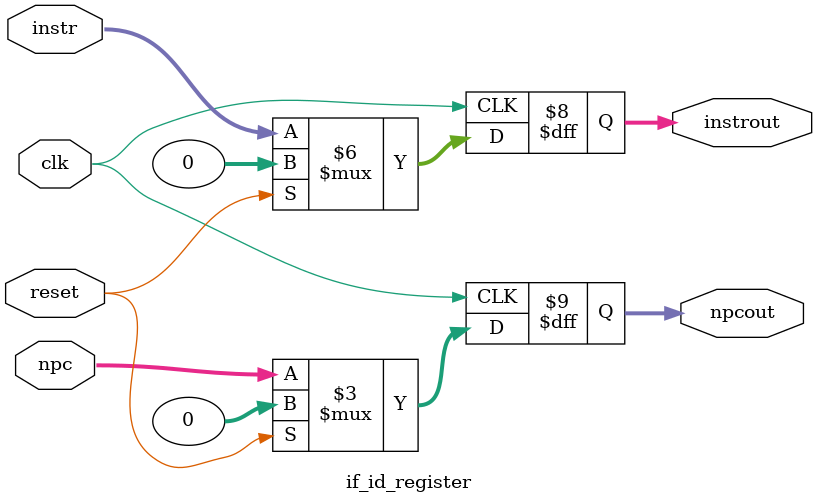
<source format=v>
`timescale 1ns / 1ps

module if_id_register (
    input clk,
    input reset,
    input [31:0] instr, npc, 
    output reg [31:0] instrout, npcout
);

    always @(posedge clk) begin
        if (reset) begin
            instrout <= 0;
            npcout   <= 0;
        end else
        begin
            instrout <= instr;
            npcout   <= npc;
        end
    end

endmodule

</source>
